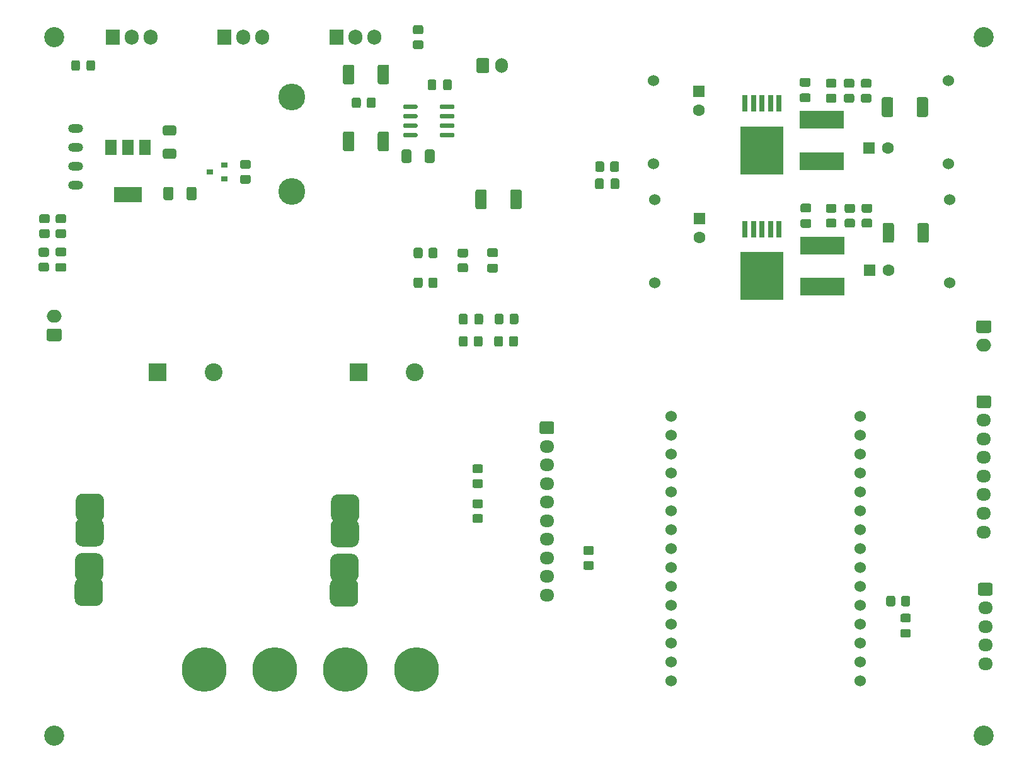
<source format=gbr>
%TF.GenerationSoftware,KiCad,Pcbnew,(5.1.10)-1*%
%TF.CreationDate,2022-09-19T20:48:06-07:00*%
%TF.ProjectId,MPPT_1KW_ESP32_ggmV3,4d505054-5f31-44b5-975f-45535033325f,rev?*%
%TF.SameCoordinates,Original*%
%TF.FileFunction,Soldermask,Top*%
%TF.FilePolarity,Negative*%
%FSLAX46Y46*%
G04 Gerber Fmt 4.6, Leading zero omitted, Abs format (unit mm)*
G04 Created by KiCad (PCBNEW (5.1.10)-1) date 2022-09-19 20:48:06*
%MOMM*%
%LPD*%
G01*
G04 APERTURE LIST*
%ADD10O,2.000000X1.700000*%
%ADD11O,1.950000X1.700000*%
%ADD12C,1.524000*%
%ADD13C,1.600000*%
%ADD14R,1.600000X1.600000*%
%ADD15R,5.800000X6.400000*%
%ADD16R,0.800000X2.200000*%
%ADD17R,5.900000X2.450000*%
%ADD18O,2.000000X1.200000*%
%ADD19C,6.000000*%
%ADD20C,2.400000*%
%ADD21R,2.400000X2.400000*%
%ADD22C,2.700000*%
%ADD23C,3.600000*%
%ADD24R,0.900000X0.800000*%
%ADD25O,1.700000X2.000000*%
%ADD26R,1.500000X2.000000*%
%ADD27R,3.800000X2.000000*%
%ADD28O,1.905000X2.000000*%
%ADD29R,1.905000X2.000000*%
G04 APERTURE END LIST*
D10*
%TO.C,J8*%
X93100000Y-110500000D03*
G36*
G01*
X93850000Y-113850000D02*
X92350000Y-113850000D01*
G75*
G02*
X92100000Y-113600000I0J250000D01*
G01*
X92100000Y-112400000D01*
G75*
G02*
X92350000Y-112150000I250000J0D01*
G01*
X93850000Y-112150000D01*
G75*
G02*
X94100000Y-112400000I0J-250000D01*
G01*
X94100000Y-113600000D01*
G75*
G02*
X93850000Y-113850000I-250000J0D01*
G01*
G37*
%TD*%
%TO.C,D4*%
G36*
G01*
X151225000Y-93724999D02*
X151225000Y-95875001D01*
G75*
G02*
X150975001Y-96125000I-249999J0D01*
G01*
X149949999Y-96125000D01*
G75*
G02*
X149700000Y-95875001I0J249999D01*
G01*
X149700000Y-93724999D01*
G75*
G02*
X149949999Y-93475000I249999J0D01*
G01*
X150975001Y-93475000D01*
G75*
G02*
X151225000Y-93724999I0J-249999D01*
G01*
G37*
G36*
G01*
X155900000Y-93724999D02*
X155900000Y-95875001D01*
G75*
G02*
X155650001Y-96125000I-249999J0D01*
G01*
X154624999Y-96125000D01*
G75*
G02*
X154375000Y-95875001I0J249999D01*
G01*
X154375000Y-93724999D01*
G75*
G02*
X154624999Y-93475000I249999J0D01*
G01*
X155650001Y-93475000D01*
G75*
G02*
X155900000Y-93724999I0J-249999D01*
G01*
G37*
%TD*%
D11*
%TO.C,J6*%
X218200000Y-157200000D03*
X218200000Y-154700000D03*
X218200000Y-152200000D03*
X218200000Y-149700000D03*
G36*
G01*
X217475000Y-146350000D02*
X218925000Y-146350000D01*
G75*
G02*
X219175000Y-146600000I0J-250000D01*
G01*
X219175000Y-147800000D01*
G75*
G02*
X218925000Y-148050000I-250000J0D01*
G01*
X217475000Y-148050000D01*
G75*
G02*
X217225000Y-147800000I0J250000D01*
G01*
X217225000Y-146600000D01*
G75*
G02*
X217475000Y-146350000I250000J0D01*
G01*
G37*
%TD*%
%TO.C,R24*%
G36*
G01*
X202650001Y-79800000D02*
X201749999Y-79800000D01*
G75*
G02*
X201500000Y-79550001I0J249999D01*
G01*
X201500000Y-78849999D01*
G75*
G02*
X201749999Y-78600000I249999J0D01*
G01*
X202650001Y-78600000D01*
G75*
G02*
X202900000Y-78849999I0J-249999D01*
G01*
X202900000Y-79550001D01*
G75*
G02*
X202650001Y-79800000I-249999J0D01*
G01*
G37*
G36*
G01*
X202650001Y-81800000D02*
X201749999Y-81800000D01*
G75*
G02*
X201500000Y-81550001I0J249999D01*
G01*
X201500000Y-80849999D01*
G75*
G02*
X201749999Y-80600000I249999J0D01*
G01*
X202650001Y-80600000D01*
G75*
G02*
X202900000Y-80849999I0J-249999D01*
G01*
X202900000Y-81550001D01*
G75*
G02*
X202650001Y-81800000I-249999J0D01*
G01*
G37*
%TD*%
%TO.C,R23*%
G36*
G01*
X201849999Y-97400000D02*
X202750001Y-97400000D01*
G75*
G02*
X203000000Y-97649999I0J-249999D01*
G01*
X203000000Y-98350001D01*
G75*
G02*
X202750001Y-98600000I-249999J0D01*
G01*
X201849999Y-98600000D01*
G75*
G02*
X201600000Y-98350001I0J249999D01*
G01*
X201600000Y-97649999D01*
G75*
G02*
X201849999Y-97400000I249999J0D01*
G01*
G37*
G36*
G01*
X201849999Y-95400000D02*
X202750001Y-95400000D01*
G75*
G02*
X203000000Y-95649999I0J-249999D01*
G01*
X203000000Y-96350001D01*
G75*
G02*
X202750001Y-96600000I-249999J0D01*
G01*
X201849999Y-96600000D01*
G75*
G02*
X201600000Y-96350001I0J249999D01*
G01*
X201600000Y-95649999D01*
G75*
G02*
X201849999Y-95400000I249999J0D01*
G01*
G37*
%TD*%
D12*
%TO.C,U9*%
X173762000Y-106036000D03*
X173762000Y-94860000D03*
X213386000Y-106036000D03*
X213386000Y-94860000D03*
%TD*%
%TO.C,U6*%
X173662000Y-90036000D03*
X173662000Y-78860000D03*
X213286000Y-90036000D03*
X213286000Y-78860000D03*
%TD*%
D13*
%TO.C,C19*%
X205100000Y-87900000D03*
D14*
X202600000Y-87900000D03*
%TD*%
%TO.C,R22*%
G36*
G01*
X200450001Y-96600000D02*
X199549999Y-96600000D01*
G75*
G02*
X199300000Y-96350001I0J249999D01*
G01*
X199300000Y-95649999D01*
G75*
G02*
X199549999Y-95400000I249999J0D01*
G01*
X200450001Y-95400000D01*
G75*
G02*
X200700000Y-95649999I0J-249999D01*
G01*
X200700000Y-96350001D01*
G75*
G02*
X200450001Y-96600000I-249999J0D01*
G01*
G37*
G36*
G01*
X200450001Y-98600000D02*
X199549999Y-98600000D01*
G75*
G02*
X199300000Y-98350001I0J249999D01*
G01*
X199300000Y-97649999D01*
G75*
G02*
X199549999Y-97400000I249999J0D01*
G01*
X200450001Y-97400000D01*
G75*
G02*
X200700000Y-97649999I0J-249999D01*
G01*
X200700000Y-98350001D01*
G75*
G02*
X200450001Y-98600000I-249999J0D01*
G01*
G37*
%TD*%
D15*
%TO.C,U5*%
X188200000Y-105100000D03*
D16*
X185920000Y-98800000D03*
X187060000Y-98800000D03*
X188200000Y-98800000D03*
X189340000Y-98800000D03*
X190480000Y-98800000D03*
%TD*%
D15*
%TO.C,U4*%
X188200000Y-88200000D03*
D16*
X185920000Y-81900000D03*
X187060000Y-81900000D03*
X188200000Y-81900000D03*
X189340000Y-81900000D03*
X190480000Y-81900000D03*
%TD*%
%TO.C,R21*%
G36*
G01*
X197049999Y-97400000D02*
X197950001Y-97400000D01*
G75*
G02*
X198200000Y-97649999I0J-249999D01*
G01*
X198200000Y-98350001D01*
G75*
G02*
X197950001Y-98600000I-249999J0D01*
G01*
X197049999Y-98600000D01*
G75*
G02*
X196800000Y-98350001I0J249999D01*
G01*
X196800000Y-97649999D01*
G75*
G02*
X197049999Y-97400000I249999J0D01*
G01*
G37*
G36*
G01*
X197049999Y-95400000D02*
X197950001Y-95400000D01*
G75*
G02*
X198200000Y-95649999I0J-249999D01*
G01*
X198200000Y-96350001D01*
G75*
G02*
X197950001Y-96600000I-249999J0D01*
G01*
X197049999Y-96600000D01*
G75*
G02*
X196800000Y-96350001I0J249999D01*
G01*
X196800000Y-95649999D01*
G75*
G02*
X197049999Y-95400000I249999J0D01*
G01*
G37*
%TD*%
%TO.C,R19*%
G36*
G01*
X200350001Y-79800000D02*
X199449999Y-79800000D01*
G75*
G02*
X199200000Y-79550001I0J249999D01*
G01*
X199200000Y-78849999D01*
G75*
G02*
X199449999Y-78600000I249999J0D01*
G01*
X200350001Y-78600000D01*
G75*
G02*
X200600000Y-78849999I0J-249999D01*
G01*
X200600000Y-79550001D01*
G75*
G02*
X200350001Y-79800000I-249999J0D01*
G01*
G37*
G36*
G01*
X200350001Y-81800000D02*
X199449999Y-81800000D01*
G75*
G02*
X199200000Y-81550001I0J249999D01*
G01*
X199200000Y-80849999D01*
G75*
G02*
X199449999Y-80600000I249999J0D01*
G01*
X200350001Y-80600000D01*
G75*
G02*
X200600000Y-80849999I0J-249999D01*
G01*
X200600000Y-81550001D01*
G75*
G02*
X200350001Y-81800000I-249999J0D01*
G01*
G37*
%TD*%
%TO.C,R18*%
G36*
G01*
X197049999Y-80600000D02*
X197950001Y-80600000D01*
G75*
G02*
X198200000Y-80849999I0J-249999D01*
G01*
X198200000Y-81550001D01*
G75*
G02*
X197950001Y-81800000I-249999J0D01*
G01*
X197049999Y-81800000D01*
G75*
G02*
X196800000Y-81550001I0J249999D01*
G01*
X196800000Y-80849999D01*
G75*
G02*
X197049999Y-80600000I249999J0D01*
G01*
G37*
G36*
G01*
X197049999Y-78600000D02*
X197950001Y-78600000D01*
G75*
G02*
X198200000Y-78849999I0J-249999D01*
G01*
X198200000Y-79550001D01*
G75*
G02*
X197950001Y-79800000I-249999J0D01*
G01*
X197049999Y-79800000D01*
G75*
G02*
X196800000Y-79550001I0J249999D01*
G01*
X196800000Y-78849999D01*
G75*
G02*
X197049999Y-78600000I249999J0D01*
G01*
G37*
%TD*%
D17*
%TO.C,L3*%
X196300000Y-106525000D03*
X196300000Y-100975000D03*
%TD*%
%TO.C,L2*%
X196200000Y-89675000D03*
X196200000Y-84125000D03*
%TD*%
%TO.C,D9*%
G36*
G01*
X209075000Y-100375001D02*
X209075000Y-98224999D01*
G75*
G02*
X209324999Y-97975000I249999J0D01*
G01*
X210350001Y-97975000D01*
G75*
G02*
X210600000Y-98224999I0J-249999D01*
G01*
X210600000Y-100375001D01*
G75*
G02*
X210350001Y-100625000I-249999J0D01*
G01*
X209324999Y-100625000D01*
G75*
G02*
X209075000Y-100375001I0J249999D01*
G01*
G37*
G36*
G01*
X204400000Y-100375001D02*
X204400000Y-98224999D01*
G75*
G02*
X204649999Y-97975000I249999J0D01*
G01*
X205675001Y-97975000D01*
G75*
G02*
X205925000Y-98224999I0J-249999D01*
G01*
X205925000Y-100375001D01*
G75*
G02*
X205675001Y-100625000I-249999J0D01*
G01*
X204649999Y-100625000D01*
G75*
G02*
X204400000Y-100375001I0J249999D01*
G01*
G37*
%TD*%
%TO.C,D7*%
G36*
G01*
X208975000Y-83475001D02*
X208975000Y-81324999D01*
G75*
G02*
X209224999Y-81075000I249999J0D01*
G01*
X210250001Y-81075000D01*
G75*
G02*
X210500000Y-81324999I0J-249999D01*
G01*
X210500000Y-83475001D01*
G75*
G02*
X210250001Y-83725000I-249999J0D01*
G01*
X209224999Y-83725000D01*
G75*
G02*
X208975000Y-83475001I0J249999D01*
G01*
G37*
G36*
G01*
X204300000Y-83475001D02*
X204300000Y-81324999D01*
G75*
G02*
X204549999Y-81075000I249999J0D01*
G01*
X205575001Y-81075000D01*
G75*
G02*
X205825000Y-81324999I0J-249999D01*
G01*
X205825000Y-83475001D01*
G75*
G02*
X205575001Y-83725000I-249999J0D01*
G01*
X204549999Y-83725000D01*
G75*
G02*
X204300000Y-83475001I0J249999D01*
G01*
G37*
%TD*%
D13*
%TO.C,C21*%
X205200000Y-104300000D03*
D14*
X202700000Y-104300000D03*
%TD*%
%TO.C,C18*%
G36*
G01*
X193625000Y-97450000D02*
X194575000Y-97450000D01*
G75*
G02*
X194825000Y-97700000I0J-250000D01*
G01*
X194825000Y-98375000D01*
G75*
G02*
X194575000Y-98625000I-250000J0D01*
G01*
X193625000Y-98625000D01*
G75*
G02*
X193375000Y-98375000I0J250000D01*
G01*
X193375000Y-97700000D01*
G75*
G02*
X193625000Y-97450000I250000J0D01*
G01*
G37*
G36*
G01*
X193625000Y-95375000D02*
X194575000Y-95375000D01*
G75*
G02*
X194825000Y-95625000I0J-250000D01*
G01*
X194825000Y-96300000D01*
G75*
G02*
X194575000Y-96550000I-250000J0D01*
G01*
X193625000Y-96550000D01*
G75*
G02*
X193375000Y-96300000I0J250000D01*
G01*
X193375000Y-95625000D01*
G75*
G02*
X193625000Y-95375000I250000J0D01*
G01*
G37*
%TD*%
%TO.C,C16*%
G36*
G01*
X193525000Y-80550000D02*
X194475000Y-80550000D01*
G75*
G02*
X194725000Y-80800000I0J-250000D01*
G01*
X194725000Y-81475000D01*
G75*
G02*
X194475000Y-81725000I-250000J0D01*
G01*
X193525000Y-81725000D01*
G75*
G02*
X193275000Y-81475000I0J250000D01*
G01*
X193275000Y-80800000D01*
G75*
G02*
X193525000Y-80550000I250000J0D01*
G01*
G37*
G36*
G01*
X193525000Y-78475000D02*
X194475000Y-78475000D01*
G75*
G02*
X194725000Y-78725000I0J-250000D01*
G01*
X194725000Y-79400000D01*
G75*
G02*
X194475000Y-79650000I-250000J0D01*
G01*
X193525000Y-79650000D01*
G75*
G02*
X193275000Y-79400000I0J250000D01*
G01*
X193275000Y-78725000D01*
G75*
G02*
X193525000Y-78475000I250000J0D01*
G01*
G37*
%TD*%
D13*
%TO.C,C15*%
X179800000Y-99900000D03*
D14*
X179800000Y-97400000D03*
%TD*%
D13*
%TO.C,C14*%
X179700000Y-82800000D03*
D14*
X179700000Y-80300000D03*
%TD*%
%TO.C,F2*%
G36*
G01*
X131097500Y-145745000D02*
X133002500Y-145745000D01*
G75*
G02*
X133955000Y-146697500I0J-952500D01*
G01*
X133955000Y-148602500D01*
G75*
G02*
X133002500Y-149555000I-952500J0D01*
G01*
X131097500Y-149555000D01*
G75*
G02*
X130145000Y-148602500I0J952500D01*
G01*
X130145000Y-146697500D01*
G75*
G02*
X131097500Y-145745000I952500J0D01*
G01*
G37*
G36*
G01*
X131143500Y-142445000D02*
X133048500Y-142445000D01*
G75*
G02*
X134001000Y-143397500I0J-952500D01*
G01*
X134001000Y-145302500D01*
G75*
G02*
X133048500Y-146255000I-952500J0D01*
G01*
X131143500Y-146255000D01*
G75*
G02*
X130191000Y-145302500I0J952500D01*
G01*
X130191000Y-143397500D01*
G75*
G02*
X131143500Y-142445000I952500J0D01*
G01*
G37*
G36*
G01*
X131197500Y-137745000D02*
X133102500Y-137745000D01*
G75*
G02*
X134055000Y-138697500I0J-952500D01*
G01*
X134055000Y-140602500D01*
G75*
G02*
X133102500Y-141555000I-952500J0D01*
G01*
X131197500Y-141555000D01*
G75*
G02*
X130245000Y-140602500I0J952500D01*
G01*
X130245000Y-138697500D01*
G75*
G02*
X131197500Y-137745000I952500J0D01*
G01*
G37*
G36*
G01*
X131243500Y-134445000D02*
X133148500Y-134445000D01*
G75*
G02*
X134101000Y-135397500I0J-952500D01*
G01*
X134101000Y-137302500D01*
G75*
G02*
X133148500Y-138255000I-952500J0D01*
G01*
X131243500Y-138255000D01*
G75*
G02*
X130291000Y-137302500I0J952500D01*
G01*
X130291000Y-135397500D01*
G75*
G02*
X131243500Y-134445000I952500J0D01*
G01*
G37*
%TD*%
%TO.C,F1*%
G36*
G01*
X98852500Y-138155000D02*
X96947500Y-138155000D01*
G75*
G02*
X95995000Y-137202500I0J952500D01*
G01*
X95995000Y-135297500D01*
G75*
G02*
X96947500Y-134345000I952500J0D01*
G01*
X98852500Y-134345000D01*
G75*
G02*
X99805000Y-135297500I0J-952500D01*
G01*
X99805000Y-137202500D01*
G75*
G02*
X98852500Y-138155000I-952500J0D01*
G01*
G37*
G36*
G01*
X98806500Y-141455000D02*
X96901500Y-141455000D01*
G75*
G02*
X95949000Y-140502500I0J952500D01*
G01*
X95949000Y-138597500D01*
G75*
G02*
X96901500Y-137645000I952500J0D01*
G01*
X98806500Y-137645000D01*
G75*
G02*
X99759000Y-138597500I0J-952500D01*
G01*
X99759000Y-140502500D01*
G75*
G02*
X98806500Y-141455000I-952500J0D01*
G01*
G37*
G36*
G01*
X98752500Y-146155000D02*
X96847500Y-146155000D01*
G75*
G02*
X95895000Y-145202500I0J952500D01*
G01*
X95895000Y-143297500D01*
G75*
G02*
X96847500Y-142345000I952500J0D01*
G01*
X98752500Y-142345000D01*
G75*
G02*
X99705000Y-143297500I0J-952500D01*
G01*
X99705000Y-145202500D01*
G75*
G02*
X98752500Y-146155000I-952500J0D01*
G01*
G37*
G36*
G01*
X98706500Y-149455000D02*
X96801500Y-149455000D01*
G75*
G02*
X95849000Y-148502500I0J952500D01*
G01*
X95849000Y-146597500D01*
G75*
G02*
X96801500Y-145645000I952500J0D01*
G01*
X98706500Y-145645000D01*
G75*
G02*
X99659000Y-146597500I0J-952500D01*
G01*
X99659000Y-148502500D01*
G75*
G02*
X98706500Y-149455000I-952500J0D01*
G01*
G37*
%TD*%
D18*
%TO.C,U2*%
X96000000Y-85290000D03*
X96000000Y-87830000D03*
X96000000Y-90370000D03*
X96000000Y-92910000D03*
%TD*%
D19*
%TO.C,J1*%
X141750000Y-158000000D03*
X132250000Y-158000000D03*
X122750000Y-158000000D03*
X113250000Y-158000000D03*
%TD*%
D20*
%TO.C,C8*%
X141500000Y-118000000D03*
D21*
X134000000Y-118000000D03*
%TD*%
D20*
%TO.C,C7*%
X114500000Y-118000000D03*
D21*
X107000000Y-118000000D03*
%TD*%
%TO.C,R17*%
G36*
G01*
X154220000Y-114330001D02*
X154220000Y-113429999D01*
G75*
G02*
X154469999Y-113180000I249999J0D01*
G01*
X155170001Y-113180000D01*
G75*
G02*
X155420000Y-113429999I0J-249999D01*
G01*
X155420000Y-114330001D01*
G75*
G02*
X155170001Y-114580000I-249999J0D01*
G01*
X154469999Y-114580000D01*
G75*
G02*
X154220000Y-114330001I0J249999D01*
G01*
G37*
G36*
G01*
X152220000Y-114330001D02*
X152220000Y-113429999D01*
G75*
G02*
X152469999Y-113180000I249999J0D01*
G01*
X153170001Y-113180000D01*
G75*
G02*
X153420000Y-113429999I0J-249999D01*
G01*
X153420000Y-114330001D01*
G75*
G02*
X153170001Y-114580000I-249999J0D01*
G01*
X152469999Y-114580000D01*
G75*
G02*
X152220000Y-114330001I0J249999D01*
G01*
G37*
%TD*%
%TO.C,R16*%
G36*
G01*
X154280000Y-111320001D02*
X154280000Y-110419999D01*
G75*
G02*
X154529999Y-110170000I249999J0D01*
G01*
X155230001Y-110170000D01*
G75*
G02*
X155480000Y-110419999I0J-249999D01*
G01*
X155480000Y-111320001D01*
G75*
G02*
X155230001Y-111570000I-249999J0D01*
G01*
X154529999Y-111570000D01*
G75*
G02*
X154280000Y-111320001I0J249999D01*
G01*
G37*
G36*
G01*
X152280000Y-111320001D02*
X152280000Y-110419999D01*
G75*
G02*
X152529999Y-110170000I249999J0D01*
G01*
X153230001Y-110170000D01*
G75*
G02*
X153480000Y-110419999I0J-249999D01*
G01*
X153480000Y-111320001D01*
G75*
G02*
X153230001Y-111570000I-249999J0D01*
G01*
X152529999Y-111570000D01*
G75*
G02*
X152280000Y-111320001I0J249999D01*
G01*
G37*
%TD*%
%TO.C,R15*%
G36*
G01*
X149470000Y-114330001D02*
X149470000Y-113429999D01*
G75*
G02*
X149719999Y-113180000I249999J0D01*
G01*
X150420001Y-113180000D01*
G75*
G02*
X150670000Y-113429999I0J-249999D01*
G01*
X150670000Y-114330001D01*
G75*
G02*
X150420001Y-114580000I-249999J0D01*
G01*
X149719999Y-114580000D01*
G75*
G02*
X149470000Y-114330001I0J249999D01*
G01*
G37*
G36*
G01*
X147470000Y-114330001D02*
X147470000Y-113429999D01*
G75*
G02*
X147719999Y-113180000I249999J0D01*
G01*
X148420001Y-113180000D01*
G75*
G02*
X148670000Y-113429999I0J-249999D01*
G01*
X148670000Y-114330001D01*
G75*
G02*
X148420001Y-114580000I-249999J0D01*
G01*
X147719999Y-114580000D01*
G75*
G02*
X147470000Y-114330001I0J249999D01*
G01*
G37*
%TD*%
%TO.C,C17*%
G36*
G01*
X149550000Y-111375000D02*
X149550000Y-110425000D01*
G75*
G02*
X149800000Y-110175000I250000J0D01*
G01*
X150475000Y-110175000D01*
G75*
G02*
X150725000Y-110425000I0J-250000D01*
G01*
X150725000Y-111375000D01*
G75*
G02*
X150475000Y-111625000I-250000J0D01*
G01*
X149800000Y-111625000D01*
G75*
G02*
X149550000Y-111375000I0J250000D01*
G01*
G37*
G36*
G01*
X147475000Y-111375000D02*
X147475000Y-110425000D01*
G75*
G02*
X147725000Y-110175000I250000J0D01*
G01*
X148400000Y-110175000D01*
G75*
G02*
X148650000Y-110425000I0J-250000D01*
G01*
X148650000Y-111375000D01*
G75*
G02*
X148400000Y-111625000I-250000J0D01*
G01*
X147725000Y-111625000D01*
G75*
G02*
X147475000Y-111375000I0J250000D01*
G01*
G37*
%TD*%
%TO.C,C10*%
G36*
G01*
X142900000Y-89650002D02*
X142900000Y-88349998D01*
G75*
G02*
X143149998Y-88100000I249998J0D01*
G01*
X143975002Y-88100000D01*
G75*
G02*
X144225000Y-88349998I0J-249998D01*
G01*
X144225000Y-89650002D01*
G75*
G02*
X143975002Y-89900000I-249998J0D01*
G01*
X143149998Y-89900000D01*
G75*
G02*
X142900000Y-89650002I0J249998D01*
G01*
G37*
G36*
G01*
X139775000Y-89650002D02*
X139775000Y-88349998D01*
G75*
G02*
X140024998Y-88100000I249998J0D01*
G01*
X140850002Y-88100000D01*
G75*
G02*
X141100000Y-88349998I0J-249998D01*
G01*
X141100000Y-89650002D01*
G75*
G02*
X140850002Y-89900000I-249998J0D01*
G01*
X140024998Y-89900000D01*
G75*
G02*
X139775000Y-89650002I0J249998D01*
G01*
G37*
%TD*%
D22*
%TO.C,H4*%
X218000000Y-73000000D03*
%TD*%
%TO.C,H3*%
X93100000Y-73000000D03*
%TD*%
%TO.C,H2*%
X93100000Y-166900000D03*
%TD*%
%TO.C,H1*%
X218000000Y-166900000D03*
%TD*%
D23*
%TO.C,L1*%
X125000000Y-93700000D03*
X125000000Y-81000000D03*
%TD*%
%TO.C,C9*%
G36*
G01*
X94475000Y-102450000D02*
X93525000Y-102450000D01*
G75*
G02*
X93275000Y-102200000I0J250000D01*
G01*
X93275000Y-101525000D01*
G75*
G02*
X93525000Y-101275000I250000J0D01*
G01*
X94475000Y-101275000D01*
G75*
G02*
X94725000Y-101525000I0J-250000D01*
G01*
X94725000Y-102200000D01*
G75*
G02*
X94475000Y-102450000I-250000J0D01*
G01*
G37*
G36*
G01*
X94475000Y-104525000D02*
X93525000Y-104525000D01*
G75*
G02*
X93275000Y-104275000I0J250000D01*
G01*
X93275000Y-103600000D01*
G75*
G02*
X93525000Y-103350000I250000J0D01*
G01*
X94475000Y-103350000D01*
G75*
G02*
X94725000Y-103600000I0J-250000D01*
G01*
X94725000Y-104275000D01*
G75*
G02*
X94475000Y-104525000I-250000J0D01*
G01*
G37*
%TD*%
%TO.C,U7*%
G36*
G01*
X141930000Y-86005000D02*
X141930000Y-86305000D01*
G75*
G02*
X141780000Y-86455000I-150000J0D01*
G01*
X140130000Y-86455000D01*
G75*
G02*
X139980000Y-86305000I0J150000D01*
G01*
X139980000Y-86005000D01*
G75*
G02*
X140130000Y-85855000I150000J0D01*
G01*
X141780000Y-85855000D01*
G75*
G02*
X141930000Y-86005000I0J-150000D01*
G01*
G37*
G36*
G01*
X141930000Y-84735000D02*
X141930000Y-85035000D01*
G75*
G02*
X141780000Y-85185000I-150000J0D01*
G01*
X140130000Y-85185000D01*
G75*
G02*
X139980000Y-85035000I0J150000D01*
G01*
X139980000Y-84735000D01*
G75*
G02*
X140130000Y-84585000I150000J0D01*
G01*
X141780000Y-84585000D01*
G75*
G02*
X141930000Y-84735000I0J-150000D01*
G01*
G37*
G36*
G01*
X141930000Y-83465000D02*
X141930000Y-83765000D01*
G75*
G02*
X141780000Y-83915000I-150000J0D01*
G01*
X140130000Y-83915000D01*
G75*
G02*
X139980000Y-83765000I0J150000D01*
G01*
X139980000Y-83465000D01*
G75*
G02*
X140130000Y-83315000I150000J0D01*
G01*
X141780000Y-83315000D01*
G75*
G02*
X141930000Y-83465000I0J-150000D01*
G01*
G37*
G36*
G01*
X141930000Y-82195000D02*
X141930000Y-82495000D01*
G75*
G02*
X141780000Y-82645000I-150000J0D01*
G01*
X140130000Y-82645000D01*
G75*
G02*
X139980000Y-82495000I0J150000D01*
G01*
X139980000Y-82195000D01*
G75*
G02*
X140130000Y-82045000I150000J0D01*
G01*
X141780000Y-82045000D01*
G75*
G02*
X141930000Y-82195000I0J-150000D01*
G01*
G37*
G36*
G01*
X146880000Y-82195000D02*
X146880000Y-82495000D01*
G75*
G02*
X146730000Y-82645000I-150000J0D01*
G01*
X145080000Y-82645000D01*
G75*
G02*
X144930000Y-82495000I0J150000D01*
G01*
X144930000Y-82195000D01*
G75*
G02*
X145080000Y-82045000I150000J0D01*
G01*
X146730000Y-82045000D01*
G75*
G02*
X146880000Y-82195000I0J-150000D01*
G01*
G37*
G36*
G01*
X146880000Y-83465000D02*
X146880000Y-83765000D01*
G75*
G02*
X146730000Y-83915000I-150000J0D01*
G01*
X145080000Y-83915000D01*
G75*
G02*
X144930000Y-83765000I0J150000D01*
G01*
X144930000Y-83465000D01*
G75*
G02*
X145080000Y-83315000I150000J0D01*
G01*
X146730000Y-83315000D01*
G75*
G02*
X146880000Y-83465000I0J-150000D01*
G01*
G37*
G36*
G01*
X146880000Y-84735000D02*
X146880000Y-85035000D01*
G75*
G02*
X146730000Y-85185000I-150000J0D01*
G01*
X145080000Y-85185000D01*
G75*
G02*
X144930000Y-85035000I0J150000D01*
G01*
X144930000Y-84735000D01*
G75*
G02*
X145080000Y-84585000I150000J0D01*
G01*
X146730000Y-84585000D01*
G75*
G02*
X146880000Y-84735000I0J-150000D01*
G01*
G37*
G36*
G01*
X146880000Y-86005000D02*
X146880000Y-86305000D01*
G75*
G02*
X146730000Y-86455000I-150000J0D01*
G01*
X145080000Y-86455000D01*
G75*
G02*
X144930000Y-86305000I0J150000D01*
G01*
X144930000Y-86005000D01*
G75*
G02*
X145080000Y-85855000I150000J0D01*
G01*
X146730000Y-85855000D01*
G75*
G02*
X146880000Y-86005000I0J-150000D01*
G01*
G37*
%TD*%
D11*
%TO.C,J5*%
X159300000Y-148000000D03*
X159300000Y-145500000D03*
X159300000Y-143000000D03*
X159300000Y-140500000D03*
X159300000Y-138000000D03*
X159300000Y-135500000D03*
X159300000Y-133000000D03*
X159300000Y-130500000D03*
X159300000Y-128000000D03*
G36*
G01*
X158575000Y-124650000D02*
X160025000Y-124650000D01*
G75*
G02*
X160275000Y-124900000I0J-250000D01*
G01*
X160275000Y-126100000D01*
G75*
G02*
X160025000Y-126350000I-250000J0D01*
G01*
X158575000Y-126350000D01*
G75*
G02*
X158325000Y-126100000I0J250000D01*
G01*
X158325000Y-124900000D01*
G75*
G02*
X158575000Y-124650000I250000J0D01*
G01*
G37*
%TD*%
%TO.C,R39*%
G36*
G01*
X149549999Y-137100000D02*
X150450001Y-137100000D01*
G75*
G02*
X150700000Y-137349999I0J-249999D01*
G01*
X150700000Y-138050001D01*
G75*
G02*
X150450001Y-138300000I-249999J0D01*
G01*
X149549999Y-138300000D01*
G75*
G02*
X149300000Y-138050001I0J249999D01*
G01*
X149300000Y-137349999D01*
G75*
G02*
X149549999Y-137100000I249999J0D01*
G01*
G37*
G36*
G01*
X149549999Y-135100000D02*
X150450001Y-135100000D01*
G75*
G02*
X150700000Y-135349999I0J-249999D01*
G01*
X150700000Y-136050001D01*
G75*
G02*
X150450001Y-136300000I-249999J0D01*
G01*
X149549999Y-136300000D01*
G75*
G02*
X149300000Y-136050001I0J249999D01*
G01*
X149300000Y-135349999D01*
G75*
G02*
X149549999Y-135100000I249999J0D01*
G01*
G37*
%TD*%
%TO.C,R38*%
G36*
G01*
X149549999Y-132400000D02*
X150450001Y-132400000D01*
G75*
G02*
X150700000Y-132649999I0J-249999D01*
G01*
X150700000Y-133350001D01*
G75*
G02*
X150450001Y-133600000I-249999J0D01*
G01*
X149549999Y-133600000D01*
G75*
G02*
X149300000Y-133350001I0J249999D01*
G01*
X149300000Y-132649999D01*
G75*
G02*
X149549999Y-132400000I249999J0D01*
G01*
G37*
G36*
G01*
X149549999Y-130400000D02*
X150450001Y-130400000D01*
G75*
G02*
X150700000Y-130649999I0J-249999D01*
G01*
X150700000Y-131350001D01*
G75*
G02*
X150450001Y-131600000I-249999J0D01*
G01*
X149549999Y-131600000D01*
G75*
G02*
X149300000Y-131350001I0J249999D01*
G01*
X149300000Y-130649999D01*
G75*
G02*
X149549999Y-130400000I249999J0D01*
G01*
G37*
%TD*%
%TO.C,C12*%
G36*
G01*
X167850000Y-93175000D02*
X167850000Y-92225000D01*
G75*
G02*
X168100000Y-91975000I250000J0D01*
G01*
X168775000Y-91975000D01*
G75*
G02*
X169025000Y-92225000I0J-250000D01*
G01*
X169025000Y-93175000D01*
G75*
G02*
X168775000Y-93425000I-250000J0D01*
G01*
X168100000Y-93425000D01*
G75*
G02*
X167850000Y-93175000I0J250000D01*
G01*
G37*
G36*
G01*
X165775000Y-93175000D02*
X165775000Y-92225000D01*
G75*
G02*
X166025000Y-91975000I250000J0D01*
G01*
X166700000Y-91975000D01*
G75*
G02*
X166950000Y-92225000I0J-250000D01*
G01*
X166950000Y-93175000D01*
G75*
G02*
X166700000Y-93425000I-250000J0D01*
G01*
X166025000Y-93425000D01*
G75*
G02*
X165775000Y-93175000I0J250000D01*
G01*
G37*
%TD*%
%TO.C,D3*%
G36*
G01*
X133425000Y-85924999D02*
X133425000Y-88075001D01*
G75*
G02*
X133175001Y-88325000I-249999J0D01*
G01*
X132149999Y-88325000D01*
G75*
G02*
X131900000Y-88075001I0J249999D01*
G01*
X131900000Y-85924999D01*
G75*
G02*
X132149999Y-85675000I249999J0D01*
G01*
X133175001Y-85675000D01*
G75*
G02*
X133425000Y-85924999I0J-249999D01*
G01*
G37*
G36*
G01*
X138100000Y-85924999D02*
X138100000Y-88075001D01*
G75*
G02*
X137850001Y-88325000I-249999J0D01*
G01*
X136824999Y-88325000D01*
G75*
G02*
X136575000Y-88075001I0J249999D01*
G01*
X136575000Y-85924999D01*
G75*
G02*
X136824999Y-85675000I249999J0D01*
G01*
X137850001Y-85675000D01*
G75*
G02*
X138100000Y-85924999I0J-249999D01*
G01*
G37*
%TD*%
%TO.C,D2*%
G36*
G01*
X133425000Y-76924999D02*
X133425000Y-79075001D01*
G75*
G02*
X133175001Y-79325000I-249999J0D01*
G01*
X132149999Y-79325000D01*
G75*
G02*
X131900000Y-79075001I0J249999D01*
G01*
X131900000Y-76924999D01*
G75*
G02*
X132149999Y-76675000I249999J0D01*
G01*
X133175001Y-76675000D01*
G75*
G02*
X133425000Y-76924999I0J-249999D01*
G01*
G37*
G36*
G01*
X138100000Y-76924999D02*
X138100000Y-79075001D01*
G75*
G02*
X137850001Y-79325000I-249999J0D01*
G01*
X136824999Y-79325000D01*
G75*
G02*
X136575000Y-79075001I0J249999D01*
G01*
X136575000Y-76924999D01*
G75*
G02*
X136824999Y-76675000I249999J0D01*
G01*
X137850001Y-76675000D01*
G75*
G02*
X138100000Y-76924999I0J-249999D01*
G01*
G37*
%TD*%
D12*
%TO.C,U8*%
X201400000Y-124000000D03*
X201400000Y-126540000D03*
X201400000Y-129080000D03*
X201400000Y-131620000D03*
X201400000Y-134160000D03*
X201400000Y-136700000D03*
X201400000Y-139240000D03*
X201400000Y-141780000D03*
X201400000Y-144320000D03*
X201400000Y-146860000D03*
X201400000Y-149400000D03*
X201400000Y-151940000D03*
X201400000Y-154480000D03*
X201400000Y-157020000D03*
X201400000Y-159560000D03*
X176000000Y-124000000D03*
X176000000Y-159560000D03*
X176000000Y-157020000D03*
X176000000Y-154480000D03*
X176000000Y-151940000D03*
X176000000Y-149400000D03*
X176000000Y-146860000D03*
X176000000Y-144320000D03*
X176000000Y-141780000D03*
X176000000Y-139240000D03*
X176000000Y-136700000D03*
X176000000Y-134160000D03*
X176000000Y-131620000D03*
X176000000Y-129080000D03*
X176000000Y-126540000D03*
%TD*%
%TO.C,R36*%
G36*
G01*
X206100000Y-148349999D02*
X206100000Y-149250001D01*
G75*
G02*
X205850001Y-149500000I-249999J0D01*
G01*
X205149999Y-149500000D01*
G75*
G02*
X204900000Y-149250001I0J249999D01*
G01*
X204900000Y-148349999D01*
G75*
G02*
X205149999Y-148100000I249999J0D01*
G01*
X205850001Y-148100000D01*
G75*
G02*
X206100000Y-148349999I0J-249999D01*
G01*
G37*
G36*
G01*
X208100000Y-148349999D02*
X208100000Y-149250001D01*
G75*
G02*
X207850001Y-149500000I-249999J0D01*
G01*
X207149999Y-149500000D01*
G75*
G02*
X206900000Y-149250001I0J249999D01*
G01*
X206900000Y-148349999D01*
G75*
G02*
X207149999Y-148100000I249999J0D01*
G01*
X207850001Y-148100000D01*
G75*
G02*
X208100000Y-148349999I0J-249999D01*
G01*
G37*
%TD*%
%TO.C,R12*%
G36*
G01*
X167800000Y-90850001D02*
X167800000Y-89949999D01*
G75*
G02*
X168049999Y-89700000I249999J0D01*
G01*
X168750001Y-89700000D01*
G75*
G02*
X169000000Y-89949999I0J-249999D01*
G01*
X169000000Y-90850001D01*
G75*
G02*
X168750001Y-91100000I-249999J0D01*
G01*
X168049999Y-91100000D01*
G75*
G02*
X167800000Y-90850001I0J249999D01*
G01*
G37*
G36*
G01*
X165800000Y-90850001D02*
X165800000Y-89949999D01*
G75*
G02*
X166049999Y-89700000I249999J0D01*
G01*
X166750001Y-89700000D01*
G75*
G02*
X167000000Y-89949999I0J-249999D01*
G01*
X167000000Y-90850001D01*
G75*
G02*
X166750001Y-91100000I-249999J0D01*
G01*
X166049999Y-91100000D01*
G75*
G02*
X165800000Y-90850001I0J249999D01*
G01*
G37*
%TD*%
D24*
%TO.C,Q4*%
X114000000Y-91100000D03*
X116000000Y-90150000D03*
X116000000Y-92050000D03*
%TD*%
D10*
%TO.C,J4*%
X218000000Y-114400000D03*
G36*
G01*
X217250000Y-111050000D02*
X218750000Y-111050000D01*
G75*
G02*
X219000000Y-111300000I0J-250000D01*
G01*
X219000000Y-112500000D01*
G75*
G02*
X218750000Y-112750000I-250000J0D01*
G01*
X217250000Y-112750000D01*
G75*
G02*
X217000000Y-112500000I0J250000D01*
G01*
X217000000Y-111300000D01*
G75*
G02*
X217250000Y-111050000I250000J0D01*
G01*
G37*
%TD*%
D25*
%TO.C,J3*%
X153200000Y-76800000D03*
G36*
G01*
X149850000Y-77550000D02*
X149850000Y-76050000D01*
G75*
G02*
X150100000Y-75800000I250000J0D01*
G01*
X151300000Y-75800000D01*
G75*
G02*
X151550000Y-76050000I0J-250000D01*
G01*
X151550000Y-77550000D01*
G75*
G02*
X151300000Y-77800000I-250000J0D01*
G01*
X150100000Y-77800000D01*
G75*
G02*
X149850000Y-77550000I0J250000D01*
G01*
G37*
%TD*%
D11*
%TO.C,J2*%
X218000000Y-139500000D03*
X218000000Y-137000000D03*
X218000000Y-134500000D03*
X218000000Y-132000000D03*
X218000000Y-129500000D03*
X218000000Y-127000000D03*
X218000000Y-124500000D03*
G36*
G01*
X217275000Y-121150000D02*
X218725000Y-121150000D01*
G75*
G02*
X218975000Y-121400000I0J-250000D01*
G01*
X218975000Y-122600000D01*
G75*
G02*
X218725000Y-122850000I-250000J0D01*
G01*
X217275000Y-122850000D01*
G75*
G02*
X217025000Y-122600000I0J250000D01*
G01*
X217025000Y-121400000D01*
G75*
G02*
X217275000Y-121150000I250000J0D01*
G01*
G37*
%TD*%
%TO.C,D51*%
G36*
G01*
X207950001Y-151650000D02*
X207049999Y-151650000D01*
G75*
G02*
X206800000Y-151400001I0J249999D01*
G01*
X206800000Y-150749999D01*
G75*
G02*
X207049999Y-150500000I249999J0D01*
G01*
X207950001Y-150500000D01*
G75*
G02*
X208200000Y-150749999I0J-249999D01*
G01*
X208200000Y-151400001D01*
G75*
G02*
X207950001Y-151650000I-249999J0D01*
G01*
G37*
G36*
G01*
X207950001Y-153700000D02*
X207049999Y-153700000D01*
G75*
G02*
X206800000Y-153450001I0J249999D01*
G01*
X206800000Y-152799999D01*
G75*
G02*
X207049999Y-152550000I249999J0D01*
G01*
X207950001Y-152550000D01*
G75*
G02*
X208200000Y-152799999I0J-249999D01*
G01*
X208200000Y-153450001D01*
G75*
G02*
X207950001Y-153700000I-249999J0D01*
G01*
G37*
%TD*%
D26*
%TO.C,U3*%
X105300000Y-87850000D03*
X100700000Y-87850000D03*
X103000000Y-87850000D03*
D27*
X103000000Y-94150000D03*
%TD*%
%TO.C,R34*%
G36*
G01*
X147549999Y-103400000D02*
X148450001Y-103400000D01*
G75*
G02*
X148700000Y-103649999I0J-249999D01*
G01*
X148700000Y-104350001D01*
G75*
G02*
X148450001Y-104600000I-249999J0D01*
G01*
X147549999Y-104600000D01*
G75*
G02*
X147300000Y-104350001I0J249999D01*
G01*
X147300000Y-103649999D01*
G75*
G02*
X147549999Y-103400000I249999J0D01*
G01*
G37*
G36*
G01*
X147549999Y-101400000D02*
X148450001Y-101400000D01*
G75*
G02*
X148700000Y-101649999I0J-249999D01*
G01*
X148700000Y-102350001D01*
G75*
G02*
X148450001Y-102600000I-249999J0D01*
G01*
X147549999Y-102600000D01*
G75*
G02*
X147300000Y-102350001I0J249999D01*
G01*
X147300000Y-101649999D01*
G75*
G02*
X147549999Y-101400000I249999J0D01*
G01*
G37*
%TD*%
%TO.C,R33*%
G36*
G01*
X143400000Y-106450001D02*
X143400000Y-105549999D01*
G75*
G02*
X143649999Y-105300000I249999J0D01*
G01*
X144350001Y-105300000D01*
G75*
G02*
X144600000Y-105549999I0J-249999D01*
G01*
X144600000Y-106450001D01*
G75*
G02*
X144350001Y-106700000I-249999J0D01*
G01*
X143649999Y-106700000D01*
G75*
G02*
X143400000Y-106450001I0J249999D01*
G01*
G37*
G36*
G01*
X141400000Y-106450001D02*
X141400000Y-105549999D01*
G75*
G02*
X141649999Y-105300000I249999J0D01*
G01*
X142350001Y-105300000D01*
G75*
G02*
X142600000Y-105549999I0J-249999D01*
G01*
X142600000Y-106450001D01*
G75*
G02*
X142350001Y-106700000I-249999J0D01*
G01*
X141649999Y-106700000D01*
G75*
G02*
X141400000Y-106450001I0J249999D01*
G01*
G37*
%TD*%
%TO.C,R32*%
G36*
G01*
X143400000Y-102450001D02*
X143400000Y-101549999D01*
G75*
G02*
X143649999Y-101300000I249999J0D01*
G01*
X144350001Y-101300000D01*
G75*
G02*
X144600000Y-101549999I0J-249999D01*
G01*
X144600000Y-102450001D01*
G75*
G02*
X144350001Y-102700000I-249999J0D01*
G01*
X143649999Y-102700000D01*
G75*
G02*
X143400000Y-102450001I0J249999D01*
G01*
G37*
G36*
G01*
X141400000Y-102450001D02*
X141400000Y-101549999D01*
G75*
G02*
X141649999Y-101300000I249999J0D01*
G01*
X142350001Y-101300000D01*
G75*
G02*
X142600000Y-101549999I0J-249999D01*
G01*
X142600000Y-102450001D01*
G75*
G02*
X142350001Y-102700000I-249999J0D01*
G01*
X141649999Y-102700000D01*
G75*
G02*
X141400000Y-102450001I0J249999D01*
G01*
G37*
%TD*%
%TO.C,R31*%
G36*
G01*
X165350001Y-142600000D02*
X164449999Y-142600000D01*
G75*
G02*
X164200000Y-142350001I0J249999D01*
G01*
X164200000Y-141649999D01*
G75*
G02*
X164449999Y-141400000I249999J0D01*
G01*
X165350001Y-141400000D01*
G75*
G02*
X165600000Y-141649999I0J-249999D01*
G01*
X165600000Y-142350001D01*
G75*
G02*
X165350001Y-142600000I-249999J0D01*
G01*
G37*
G36*
G01*
X165350001Y-144600000D02*
X164449999Y-144600000D01*
G75*
G02*
X164200000Y-144350001I0J249999D01*
G01*
X164200000Y-143649999D01*
G75*
G02*
X164449999Y-143400000I249999J0D01*
G01*
X165350001Y-143400000D01*
G75*
G02*
X165600000Y-143649999I0J-249999D01*
G01*
X165600000Y-144350001D01*
G75*
G02*
X165350001Y-144600000I-249999J0D01*
G01*
G37*
%TD*%
%TO.C,R11*%
G36*
G01*
X142450001Y-72600000D02*
X141549999Y-72600000D01*
G75*
G02*
X141300000Y-72350001I0J249999D01*
G01*
X141300000Y-71649999D01*
G75*
G02*
X141549999Y-71400000I249999J0D01*
G01*
X142450001Y-71400000D01*
G75*
G02*
X142700000Y-71649999I0J-249999D01*
G01*
X142700000Y-72350001D01*
G75*
G02*
X142450001Y-72600000I-249999J0D01*
G01*
G37*
G36*
G01*
X142450001Y-74600000D02*
X141549999Y-74600000D01*
G75*
G02*
X141300000Y-74350001I0J249999D01*
G01*
X141300000Y-73649999D01*
G75*
G02*
X141549999Y-73400000I249999J0D01*
G01*
X142450001Y-73400000D01*
G75*
G02*
X142700000Y-73649999I0J-249999D01*
G01*
X142700000Y-74350001D01*
G75*
G02*
X142450001Y-74600000I-249999J0D01*
G01*
G37*
%TD*%
%TO.C,R10*%
G36*
G01*
X135100000Y-82250001D02*
X135100000Y-81349999D01*
G75*
G02*
X135349999Y-81100000I249999J0D01*
G01*
X136050001Y-81100000D01*
G75*
G02*
X136300000Y-81349999I0J-249999D01*
G01*
X136300000Y-82250001D01*
G75*
G02*
X136050001Y-82500000I-249999J0D01*
G01*
X135349999Y-82500000D01*
G75*
G02*
X135100000Y-82250001I0J249999D01*
G01*
G37*
G36*
G01*
X133100000Y-82250001D02*
X133100000Y-81349999D01*
G75*
G02*
X133349999Y-81100000I249999J0D01*
G01*
X134050001Y-81100000D01*
G75*
G02*
X134300000Y-81349999I0J-249999D01*
G01*
X134300000Y-82250001D01*
G75*
G02*
X134050001Y-82500000I-249999J0D01*
G01*
X133349999Y-82500000D01*
G75*
G02*
X133100000Y-82250001I0J249999D01*
G01*
G37*
%TD*%
%TO.C,R7*%
G36*
G01*
X119250001Y-90700000D02*
X118349999Y-90700000D01*
G75*
G02*
X118100000Y-90450001I0J249999D01*
G01*
X118100000Y-89749999D01*
G75*
G02*
X118349999Y-89500000I249999J0D01*
G01*
X119250001Y-89500000D01*
G75*
G02*
X119500000Y-89749999I0J-249999D01*
G01*
X119500000Y-90450001D01*
G75*
G02*
X119250001Y-90700000I-249999J0D01*
G01*
G37*
G36*
G01*
X119250001Y-92700000D02*
X118349999Y-92700000D01*
G75*
G02*
X118100000Y-92450001I0J249999D01*
G01*
X118100000Y-91749999D01*
G75*
G02*
X118349999Y-91500000I249999J0D01*
G01*
X119250001Y-91500000D01*
G75*
G02*
X119500000Y-91749999I0J-249999D01*
G01*
X119500000Y-92450001D01*
G75*
G02*
X119250001Y-92700000I-249999J0D01*
G01*
G37*
%TD*%
%TO.C,R5*%
G36*
G01*
X91249999Y-103300000D02*
X92150001Y-103300000D01*
G75*
G02*
X92400000Y-103549999I0J-249999D01*
G01*
X92400000Y-104250001D01*
G75*
G02*
X92150001Y-104500000I-249999J0D01*
G01*
X91249999Y-104500000D01*
G75*
G02*
X91000000Y-104250001I0J249999D01*
G01*
X91000000Y-103549999D01*
G75*
G02*
X91249999Y-103300000I249999J0D01*
G01*
G37*
G36*
G01*
X91249999Y-101300000D02*
X92150001Y-101300000D01*
G75*
G02*
X92400000Y-101549999I0J-249999D01*
G01*
X92400000Y-102250001D01*
G75*
G02*
X92150001Y-102500000I-249999J0D01*
G01*
X91249999Y-102500000D01*
G75*
G02*
X91000000Y-102250001I0J249999D01*
G01*
X91000000Y-101549999D01*
G75*
G02*
X91249999Y-101300000I249999J0D01*
G01*
G37*
%TD*%
%TO.C,R4*%
G36*
G01*
X94450001Y-98000000D02*
X93549999Y-98000000D01*
G75*
G02*
X93300000Y-97750001I0J249999D01*
G01*
X93300000Y-97049999D01*
G75*
G02*
X93549999Y-96800000I249999J0D01*
G01*
X94450001Y-96800000D01*
G75*
G02*
X94700000Y-97049999I0J-249999D01*
G01*
X94700000Y-97750001D01*
G75*
G02*
X94450001Y-98000000I-249999J0D01*
G01*
G37*
G36*
G01*
X94450001Y-100000000D02*
X93549999Y-100000000D01*
G75*
G02*
X93300000Y-99750001I0J249999D01*
G01*
X93300000Y-99049999D01*
G75*
G02*
X93549999Y-98800000I249999J0D01*
G01*
X94450001Y-98800000D01*
G75*
G02*
X94700000Y-99049999I0J-249999D01*
G01*
X94700000Y-99750001D01*
G75*
G02*
X94450001Y-100000000I-249999J0D01*
G01*
G37*
%TD*%
%TO.C,R3*%
G36*
G01*
X91349999Y-98800000D02*
X92250001Y-98800000D01*
G75*
G02*
X92500000Y-99049999I0J-249999D01*
G01*
X92500000Y-99750001D01*
G75*
G02*
X92250001Y-100000000I-249999J0D01*
G01*
X91349999Y-100000000D01*
G75*
G02*
X91100000Y-99750001I0J249999D01*
G01*
X91100000Y-99049999D01*
G75*
G02*
X91349999Y-98800000I249999J0D01*
G01*
G37*
G36*
G01*
X91349999Y-96800000D02*
X92250001Y-96800000D01*
G75*
G02*
X92500000Y-97049999I0J-249999D01*
G01*
X92500000Y-97750001D01*
G75*
G02*
X92250001Y-98000000I-249999J0D01*
G01*
X91349999Y-98000000D01*
G75*
G02*
X91100000Y-97750001I0J249999D01*
G01*
X91100000Y-97049999D01*
G75*
G02*
X91349999Y-96800000I249999J0D01*
G01*
G37*
%TD*%
D28*
%TO.C,Q3*%
X136080000Y-73000000D03*
X133540000Y-73000000D03*
D29*
X131000000Y-73000000D03*
%TD*%
D28*
%TO.C,Q2*%
X121080000Y-73000000D03*
X118540000Y-73000000D03*
D29*
X116000000Y-73000000D03*
%TD*%
D28*
%TO.C,Q1*%
X106080000Y-73000000D03*
X103540000Y-73000000D03*
D29*
X101000000Y-73000000D03*
%TD*%
%TO.C,D52*%
G36*
G01*
X97450000Y-77250001D02*
X97450000Y-76349999D01*
G75*
G02*
X97699999Y-76100000I249999J0D01*
G01*
X98350001Y-76100000D01*
G75*
G02*
X98600000Y-76349999I0J-249999D01*
G01*
X98600000Y-77250001D01*
G75*
G02*
X98350001Y-77500000I-249999J0D01*
G01*
X97699999Y-77500000D01*
G75*
G02*
X97450000Y-77250001I0J249999D01*
G01*
G37*
G36*
G01*
X95400000Y-77250001D02*
X95400000Y-76349999D01*
G75*
G02*
X95649999Y-76100000I249999J0D01*
G01*
X96300001Y-76100000D01*
G75*
G02*
X96550000Y-76349999I0J-249999D01*
G01*
X96550000Y-77250001D01*
G75*
G02*
X96300001Y-77500000I-249999J0D01*
G01*
X95649999Y-77500000D01*
G75*
G02*
X95400000Y-77250001I0J249999D01*
G01*
G37*
%TD*%
%TO.C,C13*%
G36*
G01*
X151525000Y-103450000D02*
X152475000Y-103450000D01*
G75*
G02*
X152725000Y-103700000I0J-250000D01*
G01*
X152725000Y-104375000D01*
G75*
G02*
X152475000Y-104625000I-250000J0D01*
G01*
X151525000Y-104625000D01*
G75*
G02*
X151275000Y-104375000I0J250000D01*
G01*
X151275000Y-103700000D01*
G75*
G02*
X151525000Y-103450000I250000J0D01*
G01*
G37*
G36*
G01*
X151525000Y-101375000D02*
X152475000Y-101375000D01*
G75*
G02*
X152725000Y-101625000I0J-250000D01*
G01*
X152725000Y-102300000D01*
G75*
G02*
X152475000Y-102550000I-250000J0D01*
G01*
X151525000Y-102550000D01*
G75*
G02*
X151275000Y-102300000I0J250000D01*
G01*
X151275000Y-101625000D01*
G75*
G02*
X151525000Y-101375000I250000J0D01*
G01*
G37*
%TD*%
%TO.C,C11*%
G36*
G01*
X145350000Y-79875000D02*
X145350000Y-78925000D01*
G75*
G02*
X145600000Y-78675000I250000J0D01*
G01*
X146275000Y-78675000D01*
G75*
G02*
X146525000Y-78925000I0J-250000D01*
G01*
X146525000Y-79875000D01*
G75*
G02*
X146275000Y-80125000I-250000J0D01*
G01*
X145600000Y-80125000D01*
G75*
G02*
X145350000Y-79875000I0J250000D01*
G01*
G37*
G36*
G01*
X143275000Y-79875000D02*
X143275000Y-78925000D01*
G75*
G02*
X143525000Y-78675000I250000J0D01*
G01*
X144200000Y-78675000D01*
G75*
G02*
X144450000Y-78925000I0J-250000D01*
G01*
X144450000Y-79875000D01*
G75*
G02*
X144200000Y-80125000I-250000J0D01*
G01*
X143525000Y-80125000D01*
G75*
G02*
X143275000Y-79875000I0J250000D01*
G01*
G37*
%TD*%
%TO.C,C6*%
G36*
G01*
X110900000Y-94650002D02*
X110900000Y-93349998D01*
G75*
G02*
X111149998Y-93100000I249998J0D01*
G01*
X111975002Y-93100000D01*
G75*
G02*
X112225000Y-93349998I0J-249998D01*
G01*
X112225000Y-94650002D01*
G75*
G02*
X111975002Y-94900000I-249998J0D01*
G01*
X111149998Y-94900000D01*
G75*
G02*
X110900000Y-94650002I0J249998D01*
G01*
G37*
G36*
G01*
X107775000Y-94650002D02*
X107775000Y-93349998D01*
G75*
G02*
X108024998Y-93100000I249998J0D01*
G01*
X108850002Y-93100000D01*
G75*
G02*
X109100000Y-93349998I0J-249998D01*
G01*
X109100000Y-94650002D01*
G75*
G02*
X108850002Y-94900000I-249998J0D01*
G01*
X108024998Y-94900000D01*
G75*
G02*
X107775000Y-94650002I0J249998D01*
G01*
G37*
%TD*%
%TO.C,C5*%
G36*
G01*
X107949998Y-88000000D02*
X109250002Y-88000000D01*
G75*
G02*
X109500000Y-88249998I0J-249998D01*
G01*
X109500000Y-89075002D01*
G75*
G02*
X109250002Y-89325000I-249998J0D01*
G01*
X107949998Y-89325000D01*
G75*
G02*
X107700000Y-89075002I0J249998D01*
G01*
X107700000Y-88249998D01*
G75*
G02*
X107949998Y-88000000I249998J0D01*
G01*
G37*
G36*
G01*
X107949998Y-84875000D02*
X109250002Y-84875000D01*
G75*
G02*
X109500000Y-85124998I0J-249998D01*
G01*
X109500000Y-85950002D01*
G75*
G02*
X109250002Y-86200000I-249998J0D01*
G01*
X107949998Y-86200000D01*
G75*
G02*
X107700000Y-85950002I0J249998D01*
G01*
X107700000Y-85124998D01*
G75*
G02*
X107949998Y-84875000I249998J0D01*
G01*
G37*
%TD*%
M02*

</source>
